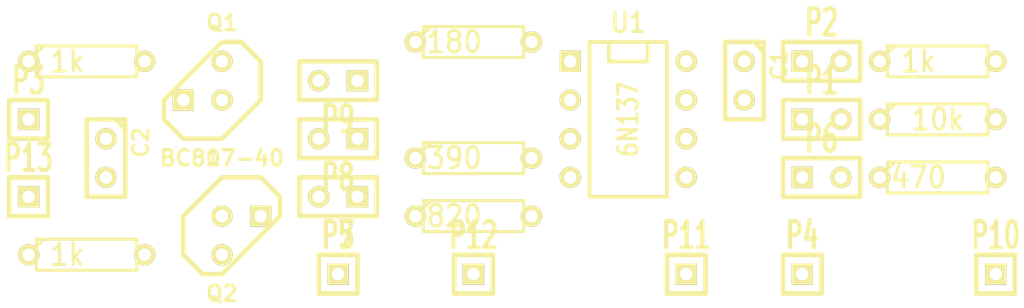
<source format=kicad_pcb>
(kicad_pcb (version 3) (host pcbnew "(2013-07-07 BZR 4022)-stable")

  (general
    (links 34)
    (no_connects 34)
    (area 0 0 0 0)
    (thickness 1.6)
    (drawings 0)
    (tracks 0)
    (zones 0)
    (modules 26)
    (nets 17)
  )

  (page A3)
  (layers
    (15 F.Cu signal)
    (0 B.Cu signal)
    (16 B.Adhes user)
    (17 F.Adhes user)
    (18 B.Paste user)
    (19 F.Paste user)
    (20 B.SilkS user)
    (21 F.SilkS user)
    (22 B.Mask user)
    (23 F.Mask user)
    (24 Dwgs.User user)
    (25 Cmts.User user)
    (26 Eco1.User user)
    (27 Eco2.User user)
    (28 Edge.Cuts user)
  )

  (setup
    (last_trace_width 1697.128489)
    (trace_clearance 0.254)
    (zone_clearance 0.508)
    (zone_45_only no)
    (trace_min 0.254)
    (segment_width 0.2)
    (edge_width 0.15)
    (via_size 0.889)
    (via_drill 0.635)
    (via_min_size 0.889)
    (via_min_drill 0.508)
    (uvia_size 0.508)
    (uvia_drill 0.127)
    (uvias_allowed no)
    (uvia_min_size 0.508)
    (uvia_min_drill 0.127)
    (pcb_text_width 0.3)
    (pcb_text_size 1.5 1.5)
    (mod_edge_width 0.15)
    (mod_text_size 1.5 1.5)
    (mod_text_width 0.15)
    (pad_size 1.524 1.524)
    (pad_drill 0.762)
    (pad_to_mask_clearance 0.2)
    (aux_axis_origin 0 0)
    (visible_elements FFFFFFBF)
    (pcbplotparams
      (layerselection 3178497)
      (usegerberextensions true)
      (excludeedgelayer true)
      (linewidth 0.100000)
      (plotframeref false)
      (viasonmask false)
      (mode 1)
      (useauxorigin false)
      (hpglpennumber 1)
      (hpglpenspeed 20)
      (hpglpendiameter 15)
      (hpglpenoverlay 2)
      (psnegative false)
      (psa4output false)
      (plotreference true)
      (plotvalue true)
      (plotothertext true)
      (plotinvisibletext false)
      (padsonsilk false)
      (subtractmaskfromsilk false)
      (outputformat 1)
      (mirror false)
      (drillshape 1)
      (scaleselection 1)
      (outputdirectory ""))
  )

  (net 0 "")
  (net 1 /VO)
  (net 2 GND)
  (net 3 GNDPWR)
  (net 4 N-0000014)
  (net 5 N-0000015)
  (net 6 N-0000016)
  (net 7 N-0000019)
  (net 8 N-000002)
  (net 9 N-000003)
  (net 10 N-000004)
  (net 11 N-000005)
  (net 12 N-000006)
  (net 13 N-000007)
  (net 14 N-000008)
  (net 15 VAA)
  (net 16 VCC)

  (net_class Default "This is the default net class."
    (clearance 0.254)
    (trace_width 0.254)
    (via_dia 0.889)
    (via_drill 0.635)
    (uvia_dia 0.508)
    (uvia_drill 0.127)
    (add_net "")
    (add_net /VO)
    (add_net GND)
    (add_net GNDPWR)
    (add_net N-0000014)
    (add_net N-0000015)
    (add_net N-0000016)
    (add_net N-0000019)
    (add_net N-000002)
    (add_net N-000003)
    (add_net N-000004)
    (add_net N-000005)
    (add_net N-000006)
    (add_net N-000007)
    (add_net N-000008)
    (add_net VAA)
    (add_net VCC)
  )

  (module TO92-123 (layer F.Cu) (tedit 4C5F51CE) (tstamp 531B7D5C)
    (at 55.88 53.34 180)
    (descr "Transistor TO92 brochage type BC237")
    (tags "TR TO92")
    (path /53155AE4)
    (fp_text reference Q1 (at -1.27 3.81 180) (layer F.SilkS)
      (effects (font (size 1.016 1.016) (thickness 0.2032)))
    )
    (fp_text value BC817-40 (at -1.27 -5.08 180) (layer F.SilkS)
      (effects (font (size 1.016 1.016) (thickness 0.2032)))
    )
    (fp_line (start -1.27 2.54) (end 2.54 -1.27) (layer F.SilkS) (width 0.3048))
    (fp_line (start 2.54 -1.27) (end 2.54 -2.54) (layer F.SilkS) (width 0.3048))
    (fp_line (start 2.54 -2.54) (end 1.27 -3.81) (layer F.SilkS) (width 0.3048))
    (fp_line (start 1.27 -3.81) (end -1.27 -3.81) (layer F.SilkS) (width 0.3048))
    (fp_line (start -1.27 -3.81) (end -3.81 -1.27) (layer F.SilkS) (width 0.3048))
    (fp_line (start -3.81 -1.27) (end -3.81 1.27) (layer F.SilkS) (width 0.3048))
    (fp_line (start -3.81 1.27) (end -2.54 2.54) (layer F.SilkS) (width 0.3048))
    (fp_line (start -2.54 2.54) (end -1.27 2.54) (layer F.SilkS) (width 0.3048))
    (pad 3 thru_hole rect (at 1.27 -1.27 180) (size 1.397 1.397) (drill 0.8128)
      (layers *.Cu *.Mask F.SilkS)
      (net 15 VAA)
    )
    (pad 2 thru_hole circle (at -1.27 -1.27 180) (size 1.397 1.397) (drill 0.8128)
      (layers *.Cu *.Mask F.SilkS)
      (net 14 N-000008)
    )
    (pad 1 thru_hole circle (at -1.27 1.27 180) (size 1.397 1.397) (drill 0.8128)
      (layers *.Cu *.Mask F.SilkS)
      (net 8 N-000002)
    )
    (model discret/to98.wrl
      (at (xyz 0 0 0))
      (scale (xyz 1 1 1))
      (rotate (xyz 0 0 0))
    )
  )

  (module TO92-123 (layer F.Cu) (tedit 4C5F51CE) (tstamp 531B7D6B)
    (at 58.42 63.5)
    (descr "Transistor TO92 brochage type BC237")
    (tags "TR TO92")
    (path /53155AF3)
    (fp_text reference Q2 (at -1.27 3.81) (layer F.SilkS)
      (effects (font (size 1.016 1.016) (thickness 0.2032)))
    )
    (fp_text value BC807-40 (at -1.27 -5.08) (layer F.SilkS)
      (effects (font (size 1.016 1.016) (thickness 0.2032)))
    )
    (fp_line (start -1.27 2.54) (end 2.54 -1.27) (layer F.SilkS) (width 0.3048))
    (fp_line (start 2.54 -1.27) (end 2.54 -2.54) (layer F.SilkS) (width 0.3048))
    (fp_line (start 2.54 -2.54) (end 1.27 -3.81) (layer F.SilkS) (width 0.3048))
    (fp_line (start 1.27 -3.81) (end -1.27 -3.81) (layer F.SilkS) (width 0.3048))
    (fp_line (start -1.27 -3.81) (end -3.81 -1.27) (layer F.SilkS) (width 0.3048))
    (fp_line (start -3.81 -1.27) (end -3.81 1.27) (layer F.SilkS) (width 0.3048))
    (fp_line (start -3.81 1.27) (end -2.54 2.54) (layer F.SilkS) (width 0.3048))
    (fp_line (start -2.54 2.54) (end -1.27 2.54) (layer F.SilkS) (width 0.3048))
    (pad 3 thru_hole rect (at 1.27 -1.27) (size 1.397 1.397) (drill 0.8128)
      (layers *.Cu *.Mask F.SilkS)
      (net 3 GNDPWR)
    )
    (pad 2 thru_hole circle (at -1.27 -1.27) (size 1.397 1.397) (drill 0.8128)
      (layers *.Cu *.Mask F.SilkS)
      (net 14 N-000008)
    )
    (pad 1 thru_hole circle (at -1.27 1.27) (size 1.397 1.397) (drill 0.8128)
      (layers *.Cu *.Mask F.SilkS)
      (net 12 N-000006)
    )
    (model discret/to98.wrl
      (at (xyz 0 0 0))
      (scale (xyz 1 1 1))
      (rotate (xyz 0 0 0))
    )
  )

  (module SIL-2 (layer F.Cu) (tedit 200000) (tstamp 531B7D75)
    (at 64.77 60.96 180)
    (descr "Connecteurs 2 pins")
    (tags "CONN DEV")
    (path /53155B6A)
    (fp_text reference P7 (at 0 -2.54 180) (layer F.SilkS)
      (effects (font (size 1.72974 1.08712) (thickness 0.3048)))
    )
    (fp_text value CONN_2 (at 0 -2.54 180) (layer F.SilkS) hide
      (effects (font (size 1.524 1.016) (thickness 0.3048)))
    )
    (fp_line (start -2.54 1.27) (end -2.54 -1.27) (layer F.SilkS) (width 0.3048))
    (fp_line (start -2.54 -1.27) (end 2.54 -1.27) (layer F.SilkS) (width 0.3048))
    (fp_line (start 2.54 -1.27) (end 2.54 1.27) (layer F.SilkS) (width 0.3048))
    (fp_line (start 2.54 1.27) (end -2.54 1.27) (layer F.SilkS) (width 0.3048))
    (pad 1 thru_hole rect (at -1.27 0 180) (size 1.397 1.397) (drill 0.8128)
      (layers *.Cu *.Mask F.SilkS)
      (net 6 N-0000016)
    )
    (pad 2 thru_hole circle (at 1.27 0 180) (size 1.397 1.397) (drill 0.8128)
      (layers *.Cu *.Mask F.SilkS)
      (net 14 N-000008)
    )
  )

  (module SIL-2 (layer F.Cu) (tedit 200000) (tstamp 531B7D7F)
    (at 64.77 57.15 180)
    (descr "Connecteurs 2 pins")
    (tags "CONN DEV")
    (path /53155B81)
    (fp_text reference P8 (at 0 -2.54 180) (layer F.SilkS)
      (effects (font (size 1.72974 1.08712) (thickness 0.3048)))
    )
    (fp_text value CONN_2 (at 0 -2.54 180) (layer F.SilkS) hide
      (effects (font (size 1.524 1.016) (thickness 0.3048)))
    )
    (fp_line (start -2.54 1.27) (end -2.54 -1.27) (layer F.SilkS) (width 0.3048))
    (fp_line (start -2.54 -1.27) (end 2.54 -1.27) (layer F.SilkS) (width 0.3048))
    (fp_line (start 2.54 -1.27) (end 2.54 1.27) (layer F.SilkS) (width 0.3048))
    (fp_line (start 2.54 1.27) (end -2.54 1.27) (layer F.SilkS) (width 0.3048))
    (pad 1 thru_hole rect (at -1.27 0 180) (size 1.397 1.397) (drill 0.8128)
      (layers *.Cu *.Mask F.SilkS)
      (net 4 N-0000014)
    )
    (pad 2 thru_hole circle (at 1.27 0 180) (size 1.397 1.397) (drill 0.8128)
      (layers *.Cu *.Mask F.SilkS)
      (net 14 N-000008)
    )
  )

  (module SIL-2 (layer F.Cu) (tedit 200000) (tstamp 531B7D89)
    (at 64.77 53.34 180)
    (descr "Connecteurs 2 pins")
    (tags "CONN DEV")
    (path /53155B87)
    (fp_text reference P9 (at 0 -2.54 180) (layer F.SilkS)
      (effects (font (size 1.72974 1.08712) (thickness 0.3048)))
    )
    (fp_text value CONN_2 (at 0 -2.54 180) (layer F.SilkS) hide
      (effects (font (size 1.524 1.016) (thickness 0.3048)))
    )
    (fp_line (start -2.54 1.27) (end -2.54 -1.27) (layer F.SilkS) (width 0.3048))
    (fp_line (start -2.54 -1.27) (end 2.54 -1.27) (layer F.SilkS) (width 0.3048))
    (fp_line (start 2.54 -1.27) (end 2.54 1.27) (layer F.SilkS) (width 0.3048))
    (fp_line (start 2.54 1.27) (end -2.54 1.27) (layer F.SilkS) (width 0.3048))
    (pad 1 thru_hole rect (at -1.27 0 180) (size 1.397 1.397) (drill 0.8128)
      (layers *.Cu *.Mask F.SilkS)
      (net 5 N-0000015)
    )
    (pad 2 thru_hole circle (at 1.27 0 180) (size 1.397 1.397) (drill 0.8128)
      (layers *.Cu *.Mask F.SilkS)
      (net 14 N-000008)
    )
  )

  (module SIL-2 (layer F.Cu) (tedit 200000) (tstamp 531B7D93)
    (at 96.52 55.88)
    (descr "Connecteurs 2 pins")
    (tags "CONN DEV")
    (path /53155DFF)
    (fp_text reference P1 (at 0 -2.54) (layer F.SilkS)
      (effects (font (size 1.72974 1.08712) (thickness 0.3048)))
    )
    (fp_text value CONN_2 (at 0 -2.54) (layer F.SilkS) hide
      (effects (font (size 1.524 1.016) (thickness 0.3048)))
    )
    (fp_line (start -2.54 1.27) (end -2.54 -1.27) (layer F.SilkS) (width 0.3048))
    (fp_line (start -2.54 -1.27) (end 2.54 -1.27) (layer F.SilkS) (width 0.3048))
    (fp_line (start 2.54 -1.27) (end 2.54 1.27) (layer F.SilkS) (width 0.3048))
    (fp_line (start 2.54 1.27) (end -2.54 1.27) (layer F.SilkS) (width 0.3048))
    (pad 1 thru_hole rect (at -1.27 0) (size 1.397 1.397) (drill 0.8128)
      (layers *.Cu *.Mask F.SilkS)
      (net 1 /VO)
    )
    (pad 2 thru_hole circle (at 1.27 0) (size 1.397 1.397) (drill 0.8128)
      (layers *.Cu *.Mask F.SilkS)
      (net 11 N-000005)
    )
  )

  (module SIL-2 (layer F.Cu) (tedit 200000) (tstamp 531B7D9D)
    (at 96.52 52.07)
    (descr "Connecteurs 2 pins")
    (tags "CONN DEV")
    (path /53155E05)
    (fp_text reference P2 (at 0 -2.54) (layer F.SilkS)
      (effects (font (size 1.72974 1.08712) (thickness 0.3048)))
    )
    (fp_text value CONN_2 (at 0 -2.54) (layer F.SilkS) hide
      (effects (font (size 1.524 1.016) (thickness 0.3048)))
    )
    (fp_line (start -2.54 1.27) (end -2.54 -1.27) (layer F.SilkS) (width 0.3048))
    (fp_line (start -2.54 -1.27) (end 2.54 -1.27) (layer F.SilkS) (width 0.3048))
    (fp_line (start 2.54 -1.27) (end 2.54 1.27) (layer F.SilkS) (width 0.3048))
    (fp_line (start 2.54 1.27) (end -2.54 1.27) (layer F.SilkS) (width 0.3048))
    (pad 1 thru_hole rect (at -1.27 0) (size 1.397 1.397) (drill 0.8128)
      (layers *.Cu *.Mask F.SilkS)
      (net 1 /VO)
    )
    (pad 2 thru_hole circle (at 1.27 0) (size 1.397 1.397) (drill 0.8128)
      (layers *.Cu *.Mask F.SilkS)
      (net 10 N-000004)
    )
  )

  (module SIL-2 (layer F.Cu) (tedit 200000) (tstamp 531B7DA7)
    (at 96.52 59.69)
    (descr "Connecteurs 2 pins")
    (tags "CONN DEV")
    (path /53155E0B)
    (fp_text reference P6 (at 0 -2.54) (layer F.SilkS)
      (effects (font (size 1.72974 1.08712) (thickness 0.3048)))
    )
    (fp_text value CONN_2 (at 0 -2.54) (layer F.SilkS) hide
      (effects (font (size 1.524 1.016) (thickness 0.3048)))
    )
    (fp_line (start -2.54 1.27) (end -2.54 -1.27) (layer F.SilkS) (width 0.3048))
    (fp_line (start -2.54 -1.27) (end 2.54 -1.27) (layer F.SilkS) (width 0.3048))
    (fp_line (start 2.54 -1.27) (end 2.54 1.27) (layer F.SilkS) (width 0.3048))
    (fp_line (start 2.54 1.27) (end -2.54 1.27) (layer F.SilkS) (width 0.3048))
    (pad 1 thru_hole rect (at -1.27 0) (size 1.397 1.397) (drill 0.8128)
      (layers *.Cu *.Mask F.SilkS)
      (net 1 /VO)
    )
    (pad 2 thru_hole circle (at 1.27 0) (size 1.397 1.397) (drill 0.8128)
      (layers *.Cu *.Mask F.SilkS)
      (net 9 N-000003)
    )
  )

  (module SIL-1 (layer F.Cu) (tedit 4C5EAF64) (tstamp 531B7DB0)
    (at 44.45 60.96)
    (descr "Connecteurs 1 pin")
    (tags "CONN DEV")
    (path /531B408F)
    (fp_text reference P13 (at 0 -2.54) (layer F.SilkS)
      (effects (font (size 1.72974 1.08712) (thickness 0.27178)))
    )
    (fp_text value TST (at 0 -2.54) (layer F.SilkS) hide
      (effects (font (size 1.524 1.016) (thickness 0.254)))
    )
    (fp_line (start -1.27 1.27) (end 1.27 1.27) (layer F.SilkS) (width 0.3175))
    (fp_line (start -1.27 -1.27) (end 1.27 -1.27) (layer F.SilkS) (width 0.3175))
    (fp_line (start -1.27 1.27) (end -1.27 -1.27) (layer F.SilkS) (width 0.3048))
    (fp_line (start 1.27 -1.27) (end 1.27 1.27) (layer F.SilkS) (width 0.3048))
    (pad 1 thru_hole rect (at 0 0) (size 1.397 1.397) (drill 0.8128)
      (layers *.Cu *.Mask F.SilkS)
      (net 3 GNDPWR)
    )
  )

  (module SIL-1 (layer F.Cu) (tedit 4C5EAF64) (tstamp 531B7DB9)
    (at 73.66 66.04)
    (descr "Connecteurs 1 pin")
    (tags "CONN DEV")
    (path /531B4089)
    (fp_text reference P12 (at 0 -2.54) (layer F.SilkS)
      (effects (font (size 1.72974 1.08712) (thickness 0.27178)))
    )
    (fp_text value TST (at 0 -2.54) (layer F.SilkS) hide
      (effects (font (size 1.524 1.016) (thickness 0.254)))
    )
    (fp_line (start -1.27 1.27) (end 1.27 1.27) (layer F.SilkS) (width 0.3175))
    (fp_line (start -1.27 -1.27) (end 1.27 -1.27) (layer F.SilkS) (width 0.3175))
    (fp_line (start -1.27 1.27) (end -1.27 -1.27) (layer F.SilkS) (width 0.3048))
    (fp_line (start 1.27 -1.27) (end 1.27 1.27) (layer F.SilkS) (width 0.3048))
    (pad 1 thru_hole rect (at 0 0) (size 1.397 1.397) (drill 0.8128)
      (layers *.Cu *.Mask F.SilkS)
      (net 15 VAA)
    )
  )

  (module SIL-1 (layer F.Cu) (tedit 4C5EAF64) (tstamp 531B7DC2)
    (at 107.95 66.04)
    (descr "Connecteurs 1 pin")
    (tags "CONN DEV")
    (path /5316322C)
    (fp_text reference P10 (at 0 -2.54) (layer F.SilkS)
      (effects (font (size 1.72974 1.08712) (thickness 0.27178)))
    )
    (fp_text value TST (at 0 -2.54) (layer F.SilkS) hide
      (effects (font (size 1.524 1.016) (thickness 0.254)))
    )
    (fp_line (start -1.27 1.27) (end 1.27 1.27) (layer F.SilkS) (width 0.3175))
    (fp_line (start -1.27 -1.27) (end 1.27 -1.27) (layer F.SilkS) (width 0.3175))
    (fp_line (start -1.27 1.27) (end -1.27 -1.27) (layer F.SilkS) (width 0.3048))
    (fp_line (start 1.27 -1.27) (end 1.27 1.27) (layer F.SilkS) (width 0.3048))
    (pad 1 thru_hole rect (at 0 0) (size 1.397 1.397) (drill 0.8128)
      (layers *.Cu *.Mask F.SilkS)
      (net 16 VCC)
    )
  )

  (module SIL-1 (layer F.Cu) (tedit 4C5EAF64) (tstamp 531B7DCB)
    (at 87.63 66.04)
    (descr "Connecteurs 1 pin")
    (tags "CONN DEV")
    (path /531631CE)
    (fp_text reference P11 (at 0 -2.54) (layer F.SilkS)
      (effects (font (size 1.72974 1.08712) (thickness 0.27178)))
    )
    (fp_text value TST (at 0 -2.54) (layer F.SilkS) hide
      (effects (font (size 1.524 1.016) (thickness 0.254)))
    )
    (fp_line (start -1.27 1.27) (end 1.27 1.27) (layer F.SilkS) (width 0.3175))
    (fp_line (start -1.27 -1.27) (end 1.27 -1.27) (layer F.SilkS) (width 0.3175))
    (fp_line (start -1.27 1.27) (end -1.27 -1.27) (layer F.SilkS) (width 0.3048))
    (fp_line (start 1.27 -1.27) (end 1.27 1.27) (layer F.SilkS) (width 0.3048))
    (pad 1 thru_hole rect (at 0 0) (size 1.397 1.397) (drill 0.8128)
      (layers *.Cu *.Mask F.SilkS)
      (net 2 GND)
    )
  )

  (module SIL-1 (layer F.Cu) (tedit 4C5EAF64) (tstamp 531B7DD4)
    (at 95.25 66.04)
    (descr "Connecteurs 1 pin")
    (tags "CONN DEV")
    (path /5315FC27)
    (fp_text reference P4 (at 0 -2.54) (layer F.SilkS)
      (effects (font (size 1.72974 1.08712) (thickness 0.27178)))
    )
    (fp_text value TST (at 0 -2.54) (layer F.SilkS) hide
      (effects (font (size 1.524 1.016) (thickness 0.254)))
    )
    (fp_line (start -1.27 1.27) (end 1.27 1.27) (layer F.SilkS) (width 0.3175))
    (fp_line (start -1.27 -1.27) (end 1.27 -1.27) (layer F.SilkS) (width 0.3175))
    (fp_line (start -1.27 1.27) (end -1.27 -1.27) (layer F.SilkS) (width 0.3048))
    (fp_line (start 1.27 -1.27) (end 1.27 1.27) (layer F.SilkS) (width 0.3048))
    (pad 1 thru_hole rect (at 0 0) (size 1.397 1.397) (drill 0.8128)
      (layers *.Cu *.Mask F.SilkS)
      (net 1 /VO)
    )
  )

  (module SIL-1 (layer F.Cu) (tedit 4C5EAF64) (tstamp 531B7DDD)
    (at 64.77 66.04)
    (descr "Connecteurs 1 pin")
    (tags "CONN DEV")
    (path /5315675C)
    (fp_text reference P5 (at 0 -2.54) (layer F.SilkS)
      (effects (font (size 1.72974 1.08712) (thickness 0.27178)))
    )
    (fp_text value TST (at 0 -2.54) (layer F.SilkS) hide
      (effects (font (size 1.524 1.016) (thickness 0.254)))
    )
    (fp_line (start -1.27 1.27) (end 1.27 1.27) (layer F.SilkS) (width 0.3175))
    (fp_line (start -1.27 -1.27) (end 1.27 -1.27) (layer F.SilkS) (width 0.3175))
    (fp_line (start -1.27 1.27) (end -1.27 -1.27) (layer F.SilkS) (width 0.3048))
    (fp_line (start 1.27 -1.27) (end 1.27 1.27) (layer F.SilkS) (width 0.3048))
    (pad 1 thru_hole rect (at 0 0) (size 1.397 1.397) (drill 0.8128)
      (layers *.Cu *.Mask F.SilkS)
      (net 3 GNDPWR)
    )
  )

  (module SIL-1 (layer F.Cu) (tedit 4C5EAF64) (tstamp 531B7DE6)
    (at 44.45 55.88)
    (descr "Connecteurs 1 pin")
    (tags "CONN DEV")
    (path /5315674F)
    (fp_text reference P3 (at 0 -2.54) (layer F.SilkS)
      (effects (font (size 1.72974 1.08712) (thickness 0.27178)))
    )
    (fp_text value TST (at 0 -2.54) (layer F.SilkS) hide
      (effects (font (size 1.524 1.016) (thickness 0.254)))
    )
    (fp_line (start -1.27 1.27) (end 1.27 1.27) (layer F.SilkS) (width 0.3175))
    (fp_line (start -1.27 -1.27) (end 1.27 -1.27) (layer F.SilkS) (width 0.3175))
    (fp_line (start -1.27 1.27) (end -1.27 -1.27) (layer F.SilkS) (width 0.3048))
    (fp_line (start 1.27 -1.27) (end 1.27 1.27) (layer F.SilkS) (width 0.3048))
    (pad 1 thru_hole rect (at 0 0) (size 1.397 1.397) (drill 0.8128)
      (layers *.Cu *.Mask F.SilkS)
      (net 13 N-000007)
    )
  )

  (module R3_orientado (layer F.Cu) (tedit 5318E953) (tstamp 531B7DF4)
    (at 100.33 52.07)
    (descr "Resitance 3 pas")
    (tags R)
    (path /53155F36)
    (autoplace_cost180 10)
    (fp_text reference R5 (at 5.08 0) (layer F.SilkS) hide
      (effects (font (size 1.397 1.27) (thickness 0.2032)))
    )
    (fp_text value 1k (at 2.54 0) (layer F.SilkS)
      (effects (font (size 1.397 1.27) (thickness 0.2032)))
    )
    (fp_line (start 0 0) (end 0.508 0) (layer F.SilkS) (width 0.2032))
    (fp_line (start 7.62 0) (end 7.112 0) (layer F.SilkS) (width 0.2032))
    (fp_line (start 7.112 0) (end 7.112 -1.016) (layer F.SilkS) (width 0.2032))
    (fp_line (start 7.112 -1.016) (end 0.508 -1.016) (layer F.SilkS) (width 0.2032))
    (fp_line (start 0.508 -1.016) (end 0.508 1.016) (layer F.SilkS) (width 0.2032))
    (fp_line (start 0.508 1.016) (end 7.112 1.016) (layer F.SilkS) (width 0.2032))
    (fp_line (start 7.112 1.016) (end 7.112 0) (layer F.SilkS) (width 0.2032))
    (fp_line (start 0.508 -0.508) (end 1.016 -1.016) (layer F.SilkS) (width 0.2032))
    (pad 1 thru_hole circle (at 0 0) (size 1.397 1.397) (drill 0.8128)
      (layers *.Cu *.Mask F.SilkS)
      (net 10 N-000004)
    )
    (pad 2 thru_hole circle (at 7.62 0) (size 1.397 1.397) (drill 0.8128)
      (layers *.Cu *.Mask F.SilkS)
      (net 16 VCC)
    )
    (model discret/resistor.wrl
      (at (xyz 0 0 0))
      (scale (xyz 0.3 0.3 0.3))
      (rotate (xyz 0 0 0))
    )
  )

  (module R3_orientado (layer F.Cu) (tedit 5318E953) (tstamp 531B7E02)
    (at 44.45 64.77)
    (descr "Resitance 3 pas")
    (tags R)
    (path /5315665C)
    (autoplace_cost180 10)
    (fp_text reference R7 (at 5.08 0) (layer F.SilkS) hide
      (effects (font (size 1.397 1.27) (thickness 0.2032)))
    )
    (fp_text value 1k (at 2.54 0) (layer F.SilkS)
      (effects (font (size 1.397 1.27) (thickness 0.2032)))
    )
    (fp_line (start 0 0) (end 0.508 0) (layer F.SilkS) (width 0.2032))
    (fp_line (start 7.62 0) (end 7.112 0) (layer F.SilkS) (width 0.2032))
    (fp_line (start 7.112 0) (end 7.112 -1.016) (layer F.SilkS) (width 0.2032))
    (fp_line (start 7.112 -1.016) (end 0.508 -1.016) (layer F.SilkS) (width 0.2032))
    (fp_line (start 0.508 -1.016) (end 0.508 1.016) (layer F.SilkS) (width 0.2032))
    (fp_line (start 0.508 1.016) (end 7.112 1.016) (layer F.SilkS) (width 0.2032))
    (fp_line (start 7.112 1.016) (end 7.112 0) (layer F.SilkS) (width 0.2032))
    (fp_line (start 0.508 -0.508) (end 1.016 -1.016) (layer F.SilkS) (width 0.2032))
    (pad 1 thru_hole circle (at 0 0) (size 1.397 1.397) (drill 0.8128)
      (layers *.Cu *.Mask F.SilkS)
      (net 13 N-000007)
    )
    (pad 2 thru_hole circle (at 7.62 0) (size 1.397 1.397) (drill 0.8128)
      (layers *.Cu *.Mask F.SilkS)
      (net 12 N-000006)
    )
    (model discret/resistor.wrl
      (at (xyz 0 0 0))
      (scale (xyz 0.3 0.3 0.3))
      (rotate (xyz 0 0 0))
    )
  )

  (module R3_orientado (layer F.Cu) (tedit 5318E953) (tstamp 531B7E10)
    (at 44.45 52.07)
    (descr "Resitance 3 pas")
    (tags R)
    (path /5315664F)
    (autoplace_cost180 10)
    (fp_text reference R1 (at 5.08 0) (layer F.SilkS) hide
      (effects (font (size 1.397 1.27) (thickness 0.2032)))
    )
    (fp_text value 1k (at 2.54 0) (layer F.SilkS)
      (effects (font (size 1.397 1.27) (thickness 0.2032)))
    )
    (fp_line (start 0 0) (end 0.508 0) (layer F.SilkS) (width 0.2032))
    (fp_line (start 7.62 0) (end 7.112 0) (layer F.SilkS) (width 0.2032))
    (fp_line (start 7.112 0) (end 7.112 -1.016) (layer F.SilkS) (width 0.2032))
    (fp_line (start 7.112 -1.016) (end 0.508 -1.016) (layer F.SilkS) (width 0.2032))
    (fp_line (start 0.508 -1.016) (end 0.508 1.016) (layer F.SilkS) (width 0.2032))
    (fp_line (start 0.508 1.016) (end 7.112 1.016) (layer F.SilkS) (width 0.2032))
    (fp_line (start 7.112 1.016) (end 7.112 0) (layer F.SilkS) (width 0.2032))
    (fp_line (start 0.508 -0.508) (end 1.016 -1.016) (layer F.SilkS) (width 0.2032))
    (pad 1 thru_hole circle (at 0 0) (size 1.397 1.397) (drill 0.8128)
      (layers *.Cu *.Mask F.SilkS)
      (net 13 N-000007)
    )
    (pad 2 thru_hole circle (at 7.62 0) (size 1.397 1.397) (drill 0.8128)
      (layers *.Cu *.Mask F.SilkS)
      (net 8 N-000002)
    )
    (model discret/resistor.wrl
      (at (xyz 0 0 0))
      (scale (xyz 0.3 0.3 0.3))
      (rotate (xyz 0 0 0))
    )
  )

  (module R3_orientado (layer F.Cu) (tedit 5318E953) (tstamp 531B7E1E)
    (at 100.33 59.69)
    (descr "Resitance 3 pas")
    (tags R)
    (path /53155F3C)
    (autoplace_cost180 10)
    (fp_text reference R8 (at 5.08 0) (layer F.SilkS) hide
      (effects (font (size 1.397 1.27) (thickness 0.2032)))
    )
    (fp_text value 470 (at 2.54 0) (layer F.SilkS)
      (effects (font (size 1.397 1.27) (thickness 0.2032)))
    )
    (fp_line (start 0 0) (end 0.508 0) (layer F.SilkS) (width 0.2032))
    (fp_line (start 7.62 0) (end 7.112 0) (layer F.SilkS) (width 0.2032))
    (fp_line (start 7.112 0) (end 7.112 -1.016) (layer F.SilkS) (width 0.2032))
    (fp_line (start 7.112 -1.016) (end 0.508 -1.016) (layer F.SilkS) (width 0.2032))
    (fp_line (start 0.508 -1.016) (end 0.508 1.016) (layer F.SilkS) (width 0.2032))
    (fp_line (start 0.508 1.016) (end 7.112 1.016) (layer F.SilkS) (width 0.2032))
    (fp_line (start 7.112 1.016) (end 7.112 0) (layer F.SilkS) (width 0.2032))
    (fp_line (start 0.508 -0.508) (end 1.016 -1.016) (layer F.SilkS) (width 0.2032))
    (pad 1 thru_hole circle (at 0 0) (size 1.397 1.397) (drill 0.8128)
      (layers *.Cu *.Mask F.SilkS)
      (net 9 N-000003)
    )
    (pad 2 thru_hole circle (at 7.62 0) (size 1.397 1.397) (drill 0.8128)
      (layers *.Cu *.Mask F.SilkS)
      (net 16 VCC)
    )
    (model discret/resistor.wrl
      (at (xyz 0 0 0))
      (scale (xyz 0.3 0.3 0.3))
      (rotate (xyz 0 0 0))
    )
  )

  (module R3_orientado (layer F.Cu) (tedit 531B80A0) (tstamp 531B7E2C)
    (at 100.33 55.88)
    (descr "Resitance 3 pas")
    (tags R)
    (path /53155F29)
    (autoplace_cost180 10)
    (fp_text reference R2 (at 5.08 0) (layer F.SilkS) hide
      (effects (font (size 1.397 1.27) (thickness 0.2032)))
    )
    (fp_text value 10k (at 3.81 0) (layer F.SilkS)
      (effects (font (size 1.397 1.27) (thickness 0.2032)))
    )
    (fp_line (start 0 0) (end 0.508 0) (layer F.SilkS) (width 0.2032))
    (fp_line (start 7.62 0) (end 7.112 0) (layer F.SilkS) (width 0.2032))
    (fp_line (start 7.112 0) (end 7.112 -1.016) (layer F.SilkS) (width 0.2032))
    (fp_line (start 7.112 -1.016) (end 0.508 -1.016) (layer F.SilkS) (width 0.2032))
    (fp_line (start 0.508 -1.016) (end 0.508 1.016) (layer F.SilkS) (width 0.2032))
    (fp_line (start 0.508 1.016) (end 7.112 1.016) (layer F.SilkS) (width 0.2032))
    (fp_line (start 7.112 1.016) (end 7.112 0) (layer F.SilkS) (width 0.2032))
    (fp_line (start 0.508 -0.508) (end 1.016 -1.016) (layer F.SilkS) (width 0.2032))
    (pad 1 thru_hole circle (at 0 0) (size 1.397 1.397) (drill 0.8128)
      (layers *.Cu *.Mask F.SilkS)
      (net 11 N-000005)
    )
    (pad 2 thru_hole circle (at 7.62 0) (size 1.397 1.397) (drill 0.8128)
      (layers *.Cu *.Mask F.SilkS)
      (net 16 VCC)
    )
    (model discret/resistor.wrl
      (at (xyz 0 0 0))
      (scale (xyz 0.3 0.3 0.3))
      (rotate (xyz 0 0 0))
    )
  )

  (module R3_orientado (layer F.Cu) (tedit 531B81B2) (tstamp 531B7E3A)
    (at 69.85 50.8)
    (descr "Resitance 3 pas")
    (tags R)
    (path /53155B62)
    (autoplace_cost180 10)
    (fp_text reference R6 (at 5.08 0) (layer F.SilkS) hide
      (effects (font (size 1.397 1.27) (thickness 0.2032)))
    )
    (fp_text value 180 (at 2.54 0) (layer F.SilkS)
      (effects (font (size 1.397 1.27) (thickness 0.2032)))
    )
    (fp_line (start 0 0) (end 0.508 0) (layer F.SilkS) (width 0.2032))
    (fp_line (start 7.62 0) (end 7.112 0) (layer F.SilkS) (width 0.2032))
    (fp_line (start 7.112 0) (end 7.112 -1.016) (layer F.SilkS) (width 0.2032))
    (fp_line (start 7.112 -1.016) (end 0.508 -1.016) (layer F.SilkS) (width 0.2032))
    (fp_line (start 0.508 -1.016) (end 0.508 1.016) (layer F.SilkS) (width 0.2032))
    (fp_line (start 0.508 1.016) (end 7.112 1.016) (layer F.SilkS) (width 0.2032))
    (fp_line (start 7.112 1.016) (end 7.112 0) (layer F.SilkS) (width 0.2032))
    (fp_line (start 0.508 -0.508) (end 1.016 -1.016) (layer F.SilkS) (width 0.2032))
    (pad 1 thru_hole circle (at 0 0) (size 1.397 1.397) (drill 0.8128)
      (layers *.Cu *.Mask F.SilkS)
      (net 5 N-0000015)
    )
    (pad 2 thru_hole circle (at 7.62 0) (size 1.397 1.397) (drill 0.8128)
      (layers *.Cu *.Mask F.SilkS)
      (net 7 N-0000019)
    )
    (model discret/resistor.wrl
      (at (xyz 0 0 0))
      (scale (xyz 0.3 0.3 0.3))
      (rotate (xyz 0 0 0))
    )
  )

  (module R3_orientado (layer F.Cu) (tedit 5318E953) (tstamp 531B7E48)
    (at 69.85 58.42)
    (descr "Resitance 3 pas")
    (tags R)
    (path /53155B5C)
    (autoplace_cost180 10)
    (fp_text reference R4 (at 5.08 0) (layer F.SilkS) hide
      (effects (font (size 1.397 1.27) (thickness 0.2032)))
    )
    (fp_text value 390 (at 2.54 0) (layer F.SilkS)
      (effects (font (size 1.397 1.27) (thickness 0.2032)))
    )
    (fp_line (start 0 0) (end 0.508 0) (layer F.SilkS) (width 0.2032))
    (fp_line (start 7.62 0) (end 7.112 0) (layer F.SilkS) (width 0.2032))
    (fp_line (start 7.112 0) (end 7.112 -1.016) (layer F.SilkS) (width 0.2032))
    (fp_line (start 7.112 -1.016) (end 0.508 -1.016) (layer F.SilkS) (width 0.2032))
    (fp_line (start 0.508 -1.016) (end 0.508 1.016) (layer F.SilkS) (width 0.2032))
    (fp_line (start 0.508 1.016) (end 7.112 1.016) (layer F.SilkS) (width 0.2032))
    (fp_line (start 7.112 1.016) (end 7.112 0) (layer F.SilkS) (width 0.2032))
    (fp_line (start 0.508 -0.508) (end 1.016 -1.016) (layer F.SilkS) (width 0.2032))
    (pad 1 thru_hole circle (at 0 0) (size 1.397 1.397) (drill 0.8128)
      (layers *.Cu *.Mask F.SilkS)
      (net 4 N-0000014)
    )
    (pad 2 thru_hole circle (at 7.62 0) (size 1.397 1.397) (drill 0.8128)
      (layers *.Cu *.Mask F.SilkS)
      (net 7 N-0000019)
    )
    (model discret/resistor.wrl
      (at (xyz 0 0 0))
      (scale (xyz 0.3 0.3 0.3))
      (rotate (xyz 0 0 0))
    )
  )

  (module R3_orientado (layer F.Cu) (tedit 5318E953) (tstamp 531B7E56)
    (at 69.85 62.23)
    (descr "Resitance 3 pas")
    (tags R)
    (path /53155B2C)
    (autoplace_cost180 10)
    (fp_text reference R3 (at 5.08 0) (layer F.SilkS) hide
      (effects (font (size 1.397 1.27) (thickness 0.2032)))
    )
    (fp_text value 820 (at 2.54 0) (layer F.SilkS)
      (effects (font (size 1.397 1.27) (thickness 0.2032)))
    )
    (fp_line (start 0 0) (end 0.508 0) (layer F.SilkS) (width 0.2032))
    (fp_line (start 7.62 0) (end 7.112 0) (layer F.SilkS) (width 0.2032))
    (fp_line (start 7.112 0) (end 7.112 -1.016) (layer F.SilkS) (width 0.2032))
    (fp_line (start 7.112 -1.016) (end 0.508 -1.016) (layer F.SilkS) (width 0.2032))
    (fp_line (start 0.508 -1.016) (end 0.508 1.016) (layer F.SilkS) (width 0.2032))
    (fp_line (start 0.508 1.016) (end 7.112 1.016) (layer F.SilkS) (width 0.2032))
    (fp_line (start 7.112 1.016) (end 7.112 0) (layer F.SilkS) (width 0.2032))
    (fp_line (start 0.508 -0.508) (end 1.016 -1.016) (layer F.SilkS) (width 0.2032))
    (pad 1 thru_hole circle (at 0 0) (size 1.397 1.397) (drill 0.8128)
      (layers *.Cu *.Mask F.SilkS)
      (net 6 N-0000016)
    )
    (pad 2 thru_hole circle (at 7.62 0) (size 1.397 1.397) (drill 0.8128)
      (layers *.Cu *.Mask F.SilkS)
      (net 7 N-0000019)
    )
    (model discret/resistor.wrl
      (at (xyz 0 0 0))
      (scale (xyz 0.3 0.3 0.3))
      (rotate (xyz 0 0 0))
    )
  )

  (module DIP-8__300 (layer F.Cu) (tedit 43A7F843) (tstamp 531B7E69)
    (at 83.82 55.88 270)
    (descr "8 pins DIL package, round pads")
    (tags DIL)
    (path /53155AC1)
    (fp_text reference U1 (at -6.35 0 360) (layer F.SilkS)
      (effects (font (size 1.27 1.143) (thickness 0.2032)))
    )
    (fp_text value 6N137 (at 0 0 270) (layer F.SilkS)
      (effects (font (size 1.27 1.016) (thickness 0.2032)))
    )
    (fp_line (start -5.08 -1.27) (end -3.81 -1.27) (layer F.SilkS) (width 0.254))
    (fp_line (start -3.81 -1.27) (end -3.81 1.27) (layer F.SilkS) (width 0.254))
    (fp_line (start -3.81 1.27) (end -5.08 1.27) (layer F.SilkS) (width 0.254))
    (fp_line (start -5.08 -2.54) (end 5.08 -2.54) (layer F.SilkS) (width 0.254))
    (fp_line (start 5.08 -2.54) (end 5.08 2.54) (layer F.SilkS) (width 0.254))
    (fp_line (start 5.08 2.54) (end -5.08 2.54) (layer F.SilkS) (width 0.254))
    (fp_line (start -5.08 2.54) (end -5.08 -2.54) (layer F.SilkS) (width 0.254))
    (pad 1 thru_hole rect (at -3.81 3.81 270) (size 1.397 1.397) (drill 0.8128)
      (layers *.Cu *.Mask F.SilkS)
    )
    (pad 2 thru_hole circle (at -1.27 3.81 270) (size 1.397 1.397) (drill 0.8128)
      (layers *.Cu *.Mask F.SilkS)
      (net 15 VAA)
    )
    (pad 3 thru_hole circle (at 1.27 3.81 270) (size 1.397 1.397) (drill 0.8128)
      (layers *.Cu *.Mask F.SilkS)
      (net 7 N-0000019)
    )
    (pad 4 thru_hole circle (at 3.81 3.81 270) (size 1.397 1.397) (drill 0.8128)
      (layers *.Cu *.Mask F.SilkS)
    )
    (pad 5 thru_hole circle (at 3.81 -3.81 270) (size 1.397 1.397) (drill 0.8128)
      (layers *.Cu *.Mask F.SilkS)
      (net 2 GND)
    )
    (pad 6 thru_hole circle (at 1.27 -3.81 270) (size 1.397 1.397) (drill 0.8128)
      (layers *.Cu *.Mask F.SilkS)
      (net 1 /VO)
    )
    (pad 7 thru_hole circle (at -1.27 -3.81 270) (size 1.397 1.397) (drill 0.8128)
      (layers *.Cu *.Mask F.SilkS)
    )
    (pad 8 thru_hole circle (at -3.81 -3.81 270) (size 1.397 1.397) (drill 0.8128)
      (layers *.Cu *.Mask F.SilkS)
      (net 16 VCC)
    )
    (model dil/dil_8.wrl
      (at (xyz 0 0 0))
      (scale (xyz 1 1 1))
      (rotate (xyz 0 0 0))
    )
  )

  (module C1_orientado (layer F.Cu) (tedit 3F92C496) (tstamp 531B7E74)
    (at 91.44 52.07 270)
    (descr "Condensateur e = 1 pas")
    (tags C)
    (path /5315FA58)
    (fp_text reference C1 (at 0.254 -2.286 270) (layer F.SilkS)
      (effects (font (size 1.016 1.016) (thickness 0.2032)))
    )
    (fp_text value 0.1u (at 0 -2.286 270) (layer F.SilkS) hide
      (effects (font (size 1.016 1.016) (thickness 0.2032)))
    )
    (fp_line (start -1.2192 -1.27) (end 3.81 -1.27) (layer F.SilkS) (width 0.3048))
    (fp_line (start 3.81 -1.27) (end 3.81 1.27) (layer F.SilkS) (width 0.3048))
    (fp_line (start 3.81 1.27) (end -1.27 1.27) (layer F.SilkS) (width 0.3048))
    (fp_line (start -1.27 1.27) (end -1.27 -1.27) (layer F.SilkS) (width 0.3048))
    (fp_line (start -1.27 -0.635) (end -0.635 -1.27) (layer F.SilkS) (width 0.3048))
    (pad 1 thru_hole circle (at 0 0 270) (size 1.397 1.397) (drill 0.8128)
      (layers *.Cu *.Mask F.SilkS)
      (net 16 VCC)
    )
    (pad 2 thru_hole circle (at 2.54 0 270) (size 1.397 1.397) (drill 0.8128)
      (layers *.Cu *.Mask F.SilkS)
      (net 2 GND)
    )
    (model discret/capa_1_pas.wrl
      (at (xyz 0 0 0))
      (scale (xyz 1 1 1))
      (rotate (xyz 0 0 0))
    )
  )

  (module C1_orientado (layer F.Cu) (tedit 3F92C496) (tstamp 531B7E7F)
    (at 49.53 57.15 270)
    (descr "Condensateur e = 1 pas")
    (tags C)
    (path /5318BD84)
    (fp_text reference C2 (at 0.254 -2.286 270) (layer F.SilkS)
      (effects (font (size 1.016 1.016) (thickness 0.2032)))
    )
    (fp_text value 0.1u (at 0 -2.286 270) (layer F.SilkS) hide
      (effects (font (size 1.016 1.016) (thickness 0.2032)))
    )
    (fp_line (start -1.2192 -1.27) (end 3.81 -1.27) (layer F.SilkS) (width 0.3048))
    (fp_line (start 3.81 -1.27) (end 3.81 1.27) (layer F.SilkS) (width 0.3048))
    (fp_line (start 3.81 1.27) (end -1.27 1.27) (layer F.SilkS) (width 0.3048))
    (fp_line (start -1.27 1.27) (end -1.27 -1.27) (layer F.SilkS) (width 0.3048))
    (fp_line (start -1.27 -0.635) (end -0.635 -1.27) (layer F.SilkS) (width 0.3048))
    (pad 1 thru_hole circle (at 0 0 270) (size 1.397 1.397) (drill 0.8128)
      (layers *.Cu *.Mask F.SilkS)
      (net 15 VAA)
    )
    (pad 2 thru_hole circle (at 2.54 0 270) (size 1.397 1.397) (drill 0.8128)
      (layers *.Cu *.Mask F.SilkS)
      (net 3 GNDPWR)
    )
    (model discret/capa_1_pas.wrl
      (at (xyz 0 0 0))
      (scale (xyz 1 1 1))
      (rotate (xyz 0 0 0))
    )
  )

)

</source>
